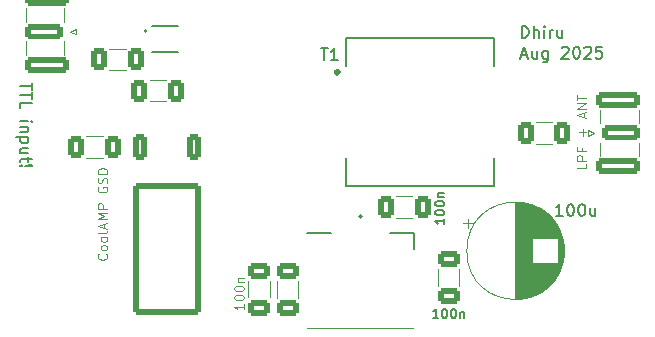
<source format=gbr>
%TF.GenerationSoftware,KiCad,Pcbnew,9.0.3*%
%TF.CreationDate,2025-07-25T20:49:55+05:30*%
%TF.ProjectId,HF-PA-v10,48462d50-412d-4763-9130-2e6b69636164,rev?*%
%TF.SameCoordinates,Original*%
%TF.FileFunction,Legend,Top*%
%TF.FilePolarity,Positive*%
%FSLAX46Y46*%
G04 Gerber Fmt 4.6, Leading zero omitted, Abs format (unit mm)*
G04 Created by KiCad (PCBNEW 9.0.3) date 2025-07-25 20:49:55*
%MOMM*%
%LPD*%
G01*
G04 APERTURE LIST*
G04 Aperture macros list*
%AMRoundRect*
0 Rectangle with rounded corners*
0 $1 Rounding radius*
0 $2 $3 $4 $5 $6 $7 $8 $9 X,Y pos of 4 corners*
0 Add a 4 corners polygon primitive as box body*
4,1,4,$2,$3,$4,$5,$6,$7,$8,$9,$2,$3,0*
0 Add four circle primitives for the rounded corners*
1,1,$1+$1,$2,$3*
1,1,$1+$1,$4,$5*
1,1,$1+$1,$6,$7*
1,1,$1+$1,$8,$9*
0 Add four rect primitives between the rounded corners*
20,1,$1+$1,$2,$3,$4,$5,0*
20,1,$1+$1,$4,$5,$6,$7,0*
20,1,$1+$1,$6,$7,$8,$9,0*
20,1,$1+$1,$8,$9,$2,$3,0*%
G04 Aperture macros list end*
%ADD10C,0.150000*%
%ADD11C,0.100000*%
%ADD12C,0.120000*%
%ADD13C,0.127000*%
%ADD14C,0.200000*%
%ADD15C,0.300000*%
%ADD16RoundRect,0.250000X-0.650000X0.412500X-0.650000X-0.412500X0.650000X-0.412500X0.650000X0.412500X0*%
%ADD17C,0.800000*%
%ADD18C,6.400000*%
%ADD19RoundRect,0.250000X1.350000X-0.385000X1.350000X0.385000X-1.350000X0.385000X-1.350000X-0.385000X0*%
%ADD20RoundRect,0.250000X1.600000X-0.425000X1.600000X0.425000X-1.600000X0.425000X-1.600000X-0.425000X0*%
%ADD21O,4.400000X2.200000*%
%ADD22O,4.000000X2.000000*%
%ADD23O,2.000000X4.000000*%
%ADD24RoundRect,0.250000X-1.350000X0.385000X-1.350000X-0.385000X1.350000X-0.385000X1.350000X0.385000X0*%
%ADD25RoundRect,0.250000X-1.600000X0.425000X-1.600000X-0.425000X1.600000X-0.425000X1.600000X0.425000X0*%
%ADD26R,1.600000X3.000000*%
%ADD27R,5.800000X10.680000*%
%ADD28RoundRect,0.250000X-0.412500X-0.650000X0.412500X-0.650000X0.412500X0.650000X-0.412500X0.650000X0*%
%ADD29RoundRect,0.250000X0.412500X0.650000X-0.412500X0.650000X-0.412500X-0.650000X0.412500X-0.650000X0*%
%ADD30O,0.610000X0.360000*%
%ADD31R,1.000000X1.600000*%
%ADD32R,1.600000X1.600000*%
%ADD33C,1.600000*%
%ADD34R,5.500000X2.150000*%
%ADD35RoundRect,0.250000X-0.350000X0.850000X-0.350000X-0.850000X0.350000X-0.850000X0.350000X0.850000X0*%
%ADD36RoundRect,0.250000X-2.650000X5.300000X-2.650000X-5.300000X2.650000X-5.300000X2.650000X5.300000X0*%
G04 APERTURE END LIST*
D10*
X42949160Y-20704104D02*
X43425350Y-20704104D01*
X42853922Y-20989819D02*
X43187255Y-19989819D01*
X43187255Y-19989819D02*
X43520588Y-20989819D01*
X44282493Y-20323152D02*
X44282493Y-20989819D01*
X43853922Y-20323152D02*
X43853922Y-20846961D01*
X43853922Y-20846961D02*
X43901541Y-20942200D01*
X43901541Y-20942200D02*
X43996779Y-20989819D01*
X43996779Y-20989819D02*
X44139636Y-20989819D01*
X44139636Y-20989819D02*
X44234874Y-20942200D01*
X44234874Y-20942200D02*
X44282493Y-20894580D01*
X45187255Y-20323152D02*
X45187255Y-21132676D01*
X45187255Y-21132676D02*
X45139636Y-21227914D01*
X45139636Y-21227914D02*
X45092017Y-21275533D01*
X45092017Y-21275533D02*
X44996779Y-21323152D01*
X44996779Y-21323152D02*
X44853922Y-21323152D01*
X44853922Y-21323152D02*
X44758684Y-21275533D01*
X45187255Y-20942200D02*
X45092017Y-20989819D01*
X45092017Y-20989819D02*
X44901541Y-20989819D01*
X44901541Y-20989819D02*
X44806303Y-20942200D01*
X44806303Y-20942200D02*
X44758684Y-20894580D01*
X44758684Y-20894580D02*
X44711065Y-20799342D01*
X44711065Y-20799342D02*
X44711065Y-20513628D01*
X44711065Y-20513628D02*
X44758684Y-20418390D01*
X44758684Y-20418390D02*
X44806303Y-20370771D01*
X44806303Y-20370771D02*
X44901541Y-20323152D01*
X44901541Y-20323152D02*
X45092017Y-20323152D01*
X45092017Y-20323152D02*
X45187255Y-20370771D01*
X46377732Y-20085057D02*
X46425351Y-20037438D01*
X46425351Y-20037438D02*
X46520589Y-19989819D01*
X46520589Y-19989819D02*
X46758684Y-19989819D01*
X46758684Y-19989819D02*
X46853922Y-20037438D01*
X46853922Y-20037438D02*
X46901541Y-20085057D01*
X46901541Y-20085057D02*
X46949160Y-20180295D01*
X46949160Y-20180295D02*
X46949160Y-20275533D01*
X46949160Y-20275533D02*
X46901541Y-20418390D01*
X46901541Y-20418390D02*
X46330113Y-20989819D01*
X46330113Y-20989819D02*
X46949160Y-20989819D01*
X47568208Y-19989819D02*
X47663446Y-19989819D01*
X47663446Y-19989819D02*
X47758684Y-20037438D01*
X47758684Y-20037438D02*
X47806303Y-20085057D01*
X47806303Y-20085057D02*
X47853922Y-20180295D01*
X47853922Y-20180295D02*
X47901541Y-20370771D01*
X47901541Y-20370771D02*
X47901541Y-20608866D01*
X47901541Y-20608866D02*
X47853922Y-20799342D01*
X47853922Y-20799342D02*
X47806303Y-20894580D01*
X47806303Y-20894580D02*
X47758684Y-20942200D01*
X47758684Y-20942200D02*
X47663446Y-20989819D01*
X47663446Y-20989819D02*
X47568208Y-20989819D01*
X47568208Y-20989819D02*
X47472970Y-20942200D01*
X47472970Y-20942200D02*
X47425351Y-20894580D01*
X47425351Y-20894580D02*
X47377732Y-20799342D01*
X47377732Y-20799342D02*
X47330113Y-20608866D01*
X47330113Y-20608866D02*
X47330113Y-20370771D01*
X47330113Y-20370771D02*
X47377732Y-20180295D01*
X47377732Y-20180295D02*
X47425351Y-20085057D01*
X47425351Y-20085057D02*
X47472970Y-20037438D01*
X47472970Y-20037438D02*
X47568208Y-19989819D01*
X48282494Y-20085057D02*
X48330113Y-20037438D01*
X48330113Y-20037438D02*
X48425351Y-19989819D01*
X48425351Y-19989819D02*
X48663446Y-19989819D01*
X48663446Y-19989819D02*
X48758684Y-20037438D01*
X48758684Y-20037438D02*
X48806303Y-20085057D01*
X48806303Y-20085057D02*
X48853922Y-20180295D01*
X48853922Y-20180295D02*
X48853922Y-20275533D01*
X48853922Y-20275533D02*
X48806303Y-20418390D01*
X48806303Y-20418390D02*
X48234875Y-20989819D01*
X48234875Y-20989819D02*
X48853922Y-20989819D01*
X49758684Y-19989819D02*
X49282494Y-19989819D01*
X49282494Y-19989819D02*
X49234875Y-20466009D01*
X49234875Y-20466009D02*
X49282494Y-20418390D01*
X49282494Y-20418390D02*
X49377732Y-20370771D01*
X49377732Y-20370771D02*
X49615827Y-20370771D01*
X49615827Y-20370771D02*
X49711065Y-20418390D01*
X49711065Y-20418390D02*
X49758684Y-20466009D01*
X49758684Y-20466009D02*
X49806303Y-20561247D01*
X49806303Y-20561247D02*
X49806303Y-20799342D01*
X49806303Y-20799342D02*
X49758684Y-20894580D01*
X49758684Y-20894580D02*
X49711065Y-20942200D01*
X49711065Y-20942200D02*
X49615827Y-20989819D01*
X49615827Y-20989819D02*
X49377732Y-20989819D01*
X49377732Y-20989819D02*
X49282494Y-20942200D01*
X49282494Y-20942200D02*
X49234875Y-20894580D01*
D11*
X48456895Y-29892782D02*
X48456895Y-30273734D01*
X48456895Y-30273734D02*
X47656895Y-30273734D01*
X48456895Y-29626115D02*
X47656895Y-29626115D01*
X47656895Y-29626115D02*
X47656895Y-29321353D01*
X47656895Y-29321353D02*
X47694990Y-29245163D01*
X47694990Y-29245163D02*
X47733085Y-29207068D01*
X47733085Y-29207068D02*
X47809276Y-29168972D01*
X47809276Y-29168972D02*
X47923561Y-29168972D01*
X47923561Y-29168972D02*
X47999752Y-29207068D01*
X47999752Y-29207068D02*
X48037847Y-29245163D01*
X48037847Y-29245163D02*
X48075942Y-29321353D01*
X48075942Y-29321353D02*
X48075942Y-29626115D01*
X48037847Y-28559449D02*
X48037847Y-28826115D01*
X48456895Y-28826115D02*
X47656895Y-28826115D01*
X47656895Y-28826115D02*
X47656895Y-28445163D01*
X48152133Y-27530877D02*
X48152133Y-26921354D01*
X48456895Y-27226115D02*
X47847371Y-27226115D01*
X48228323Y-25968973D02*
X48228323Y-25588020D01*
X48456895Y-26045163D02*
X47656895Y-25778496D01*
X47656895Y-25778496D02*
X48456895Y-25511830D01*
X48456895Y-25245163D02*
X47656895Y-25245163D01*
X47656895Y-25245163D02*
X48456895Y-24788020D01*
X48456895Y-24788020D02*
X47656895Y-24788020D01*
X47656895Y-24521354D02*
X47656895Y-24064211D01*
X48456895Y-24292783D02*
X47656895Y-24292783D01*
D10*
X1530180Y-23053922D02*
X1530180Y-23625350D01*
X530180Y-23339636D02*
X1530180Y-23339636D01*
X1530180Y-23815827D02*
X1530180Y-24387255D01*
X530180Y-24101541D02*
X1530180Y-24101541D01*
X530180Y-25196779D02*
X530180Y-24720589D01*
X530180Y-24720589D02*
X1530180Y-24720589D01*
X530180Y-26292018D02*
X1196847Y-26292018D01*
X1530180Y-26292018D02*
X1482561Y-26244399D01*
X1482561Y-26244399D02*
X1434942Y-26292018D01*
X1434942Y-26292018D02*
X1482561Y-26339637D01*
X1482561Y-26339637D02*
X1530180Y-26292018D01*
X1530180Y-26292018D02*
X1434942Y-26292018D01*
X1196847Y-26768208D02*
X530180Y-26768208D01*
X1101609Y-26768208D02*
X1149228Y-26815827D01*
X1149228Y-26815827D02*
X1196847Y-26911065D01*
X1196847Y-26911065D02*
X1196847Y-27053922D01*
X1196847Y-27053922D02*
X1149228Y-27149160D01*
X1149228Y-27149160D02*
X1053990Y-27196779D01*
X1053990Y-27196779D02*
X530180Y-27196779D01*
X1196847Y-27672970D02*
X196847Y-27672970D01*
X1149228Y-27672970D02*
X1196847Y-27768208D01*
X1196847Y-27768208D02*
X1196847Y-27958684D01*
X1196847Y-27958684D02*
X1149228Y-28053922D01*
X1149228Y-28053922D02*
X1101609Y-28101541D01*
X1101609Y-28101541D02*
X1006371Y-28149160D01*
X1006371Y-28149160D02*
X720657Y-28149160D01*
X720657Y-28149160D02*
X625419Y-28101541D01*
X625419Y-28101541D02*
X577800Y-28053922D01*
X577800Y-28053922D02*
X530180Y-27958684D01*
X530180Y-27958684D02*
X530180Y-27768208D01*
X530180Y-27768208D02*
X577800Y-27672970D01*
X1196847Y-29006303D02*
X530180Y-29006303D01*
X1196847Y-28577732D02*
X673038Y-28577732D01*
X673038Y-28577732D02*
X577800Y-28625351D01*
X577800Y-28625351D02*
X530180Y-28720589D01*
X530180Y-28720589D02*
X530180Y-28863446D01*
X530180Y-28863446D02*
X577800Y-28958684D01*
X577800Y-28958684D02*
X625419Y-29006303D01*
X1196847Y-29339637D02*
X1196847Y-29720589D01*
X1530180Y-29482494D02*
X673038Y-29482494D01*
X673038Y-29482494D02*
X577800Y-29530113D01*
X577800Y-29530113D02*
X530180Y-29625351D01*
X530180Y-29625351D02*
X530180Y-29720589D01*
X625419Y-30053923D02*
X577800Y-30101542D01*
X577800Y-30101542D02*
X530180Y-30053923D01*
X530180Y-30053923D02*
X577800Y-30006304D01*
X577800Y-30006304D02*
X625419Y-30053923D01*
X625419Y-30053923D02*
X530180Y-30053923D01*
X911133Y-30053923D02*
X1482561Y-30006304D01*
X1482561Y-30006304D02*
X1530180Y-30053923D01*
X1530180Y-30053923D02*
X1482561Y-30101542D01*
X1482561Y-30101542D02*
X911133Y-30053923D01*
X911133Y-30053923D02*
X1530180Y-30053923D01*
X42976779Y-19229819D02*
X42976779Y-18229819D01*
X42976779Y-18229819D02*
X43214874Y-18229819D01*
X43214874Y-18229819D02*
X43357731Y-18277438D01*
X43357731Y-18277438D02*
X43452969Y-18372676D01*
X43452969Y-18372676D02*
X43500588Y-18467914D01*
X43500588Y-18467914D02*
X43548207Y-18658390D01*
X43548207Y-18658390D02*
X43548207Y-18801247D01*
X43548207Y-18801247D02*
X43500588Y-18991723D01*
X43500588Y-18991723D02*
X43452969Y-19086961D01*
X43452969Y-19086961D02*
X43357731Y-19182200D01*
X43357731Y-19182200D02*
X43214874Y-19229819D01*
X43214874Y-19229819D02*
X42976779Y-19229819D01*
X43976779Y-19229819D02*
X43976779Y-18229819D01*
X44405350Y-19229819D02*
X44405350Y-18706009D01*
X44405350Y-18706009D02*
X44357731Y-18610771D01*
X44357731Y-18610771D02*
X44262493Y-18563152D01*
X44262493Y-18563152D02*
X44119636Y-18563152D01*
X44119636Y-18563152D02*
X44024398Y-18610771D01*
X44024398Y-18610771D02*
X43976779Y-18658390D01*
X44881541Y-19229819D02*
X44881541Y-18563152D01*
X44881541Y-18229819D02*
X44833922Y-18277438D01*
X44833922Y-18277438D02*
X44881541Y-18325057D01*
X44881541Y-18325057D02*
X44929160Y-18277438D01*
X44929160Y-18277438D02*
X44881541Y-18229819D01*
X44881541Y-18229819D02*
X44881541Y-18325057D01*
X45357731Y-19229819D02*
X45357731Y-18563152D01*
X45357731Y-18753628D02*
X45405350Y-18658390D01*
X45405350Y-18658390D02*
X45452969Y-18610771D01*
X45452969Y-18610771D02*
X45548207Y-18563152D01*
X45548207Y-18563152D02*
X45643445Y-18563152D01*
X46405350Y-18563152D02*
X46405350Y-19229819D01*
X45976779Y-18563152D02*
X45976779Y-19086961D01*
X45976779Y-19086961D02*
X46024398Y-19182200D01*
X46024398Y-19182200D02*
X46119636Y-19229819D01*
X46119636Y-19229819D02*
X46262493Y-19229819D01*
X46262493Y-19229819D02*
X46357731Y-19182200D01*
X46357731Y-19182200D02*
X46405350Y-19134580D01*
D11*
X7795704Y-37511591D02*
X7833800Y-37549687D01*
X7833800Y-37549687D02*
X7871895Y-37663972D01*
X7871895Y-37663972D02*
X7871895Y-37740163D01*
X7871895Y-37740163D02*
X7833800Y-37854449D01*
X7833800Y-37854449D02*
X7757609Y-37930639D01*
X7757609Y-37930639D02*
X7681419Y-37968734D01*
X7681419Y-37968734D02*
X7529038Y-38006830D01*
X7529038Y-38006830D02*
X7414752Y-38006830D01*
X7414752Y-38006830D02*
X7262371Y-37968734D01*
X7262371Y-37968734D02*
X7186180Y-37930639D01*
X7186180Y-37930639D02*
X7109990Y-37854449D01*
X7109990Y-37854449D02*
X7071895Y-37740163D01*
X7071895Y-37740163D02*
X7071895Y-37663972D01*
X7071895Y-37663972D02*
X7109990Y-37549687D01*
X7109990Y-37549687D02*
X7148085Y-37511591D01*
X7871895Y-37054449D02*
X7833800Y-37130639D01*
X7833800Y-37130639D02*
X7795704Y-37168734D01*
X7795704Y-37168734D02*
X7719514Y-37206830D01*
X7719514Y-37206830D02*
X7490942Y-37206830D01*
X7490942Y-37206830D02*
X7414752Y-37168734D01*
X7414752Y-37168734D02*
X7376657Y-37130639D01*
X7376657Y-37130639D02*
X7338561Y-37054449D01*
X7338561Y-37054449D02*
X7338561Y-36940163D01*
X7338561Y-36940163D02*
X7376657Y-36863972D01*
X7376657Y-36863972D02*
X7414752Y-36825877D01*
X7414752Y-36825877D02*
X7490942Y-36787782D01*
X7490942Y-36787782D02*
X7719514Y-36787782D01*
X7719514Y-36787782D02*
X7795704Y-36825877D01*
X7795704Y-36825877D02*
X7833800Y-36863972D01*
X7833800Y-36863972D02*
X7871895Y-36940163D01*
X7871895Y-36940163D02*
X7871895Y-37054449D01*
X7871895Y-36330639D02*
X7833800Y-36406829D01*
X7833800Y-36406829D02*
X7795704Y-36444924D01*
X7795704Y-36444924D02*
X7719514Y-36483020D01*
X7719514Y-36483020D02*
X7490942Y-36483020D01*
X7490942Y-36483020D02*
X7414752Y-36444924D01*
X7414752Y-36444924D02*
X7376657Y-36406829D01*
X7376657Y-36406829D02*
X7338561Y-36330639D01*
X7338561Y-36330639D02*
X7338561Y-36216353D01*
X7338561Y-36216353D02*
X7376657Y-36140162D01*
X7376657Y-36140162D02*
X7414752Y-36102067D01*
X7414752Y-36102067D02*
X7490942Y-36063972D01*
X7490942Y-36063972D02*
X7719514Y-36063972D01*
X7719514Y-36063972D02*
X7795704Y-36102067D01*
X7795704Y-36102067D02*
X7833800Y-36140162D01*
X7833800Y-36140162D02*
X7871895Y-36216353D01*
X7871895Y-36216353D02*
X7871895Y-36330639D01*
X7871895Y-35606829D02*
X7833800Y-35683019D01*
X7833800Y-35683019D02*
X7757609Y-35721114D01*
X7757609Y-35721114D02*
X7071895Y-35721114D01*
X7643323Y-35340162D02*
X7643323Y-34959209D01*
X7871895Y-35416352D02*
X7071895Y-35149685D01*
X7071895Y-35149685D02*
X7871895Y-34883019D01*
X7871895Y-34616352D02*
X7071895Y-34616352D01*
X7071895Y-34616352D02*
X7643323Y-34349686D01*
X7643323Y-34349686D02*
X7071895Y-34083019D01*
X7071895Y-34083019D02*
X7871895Y-34083019D01*
X7871895Y-33702066D02*
X7071895Y-33702066D01*
X7071895Y-33702066D02*
X7071895Y-33397304D01*
X7071895Y-33397304D02*
X7109990Y-33321114D01*
X7109990Y-33321114D02*
X7148085Y-33283019D01*
X7148085Y-33283019D02*
X7224276Y-33244923D01*
X7224276Y-33244923D02*
X7338561Y-33244923D01*
X7338561Y-33244923D02*
X7414752Y-33283019D01*
X7414752Y-33283019D02*
X7452847Y-33321114D01*
X7452847Y-33321114D02*
X7490942Y-33397304D01*
X7490942Y-33397304D02*
X7490942Y-33702066D01*
X7109990Y-31873495D02*
X7071895Y-31949685D01*
X7071895Y-31949685D02*
X7071895Y-32063971D01*
X7071895Y-32063971D02*
X7109990Y-32178257D01*
X7109990Y-32178257D02*
X7186180Y-32254447D01*
X7186180Y-32254447D02*
X7262371Y-32292542D01*
X7262371Y-32292542D02*
X7414752Y-32330638D01*
X7414752Y-32330638D02*
X7529038Y-32330638D01*
X7529038Y-32330638D02*
X7681419Y-32292542D01*
X7681419Y-32292542D02*
X7757609Y-32254447D01*
X7757609Y-32254447D02*
X7833800Y-32178257D01*
X7833800Y-32178257D02*
X7871895Y-32063971D01*
X7871895Y-32063971D02*
X7871895Y-31987780D01*
X7871895Y-31987780D02*
X7833800Y-31873495D01*
X7833800Y-31873495D02*
X7795704Y-31835399D01*
X7795704Y-31835399D02*
X7529038Y-31835399D01*
X7529038Y-31835399D02*
X7529038Y-31987780D01*
X7833800Y-31530638D02*
X7871895Y-31416352D01*
X7871895Y-31416352D02*
X7871895Y-31225876D01*
X7871895Y-31225876D02*
X7833800Y-31149685D01*
X7833800Y-31149685D02*
X7795704Y-31111590D01*
X7795704Y-31111590D02*
X7719514Y-31073495D01*
X7719514Y-31073495D02*
X7643323Y-31073495D01*
X7643323Y-31073495D02*
X7567133Y-31111590D01*
X7567133Y-31111590D02*
X7529038Y-31149685D01*
X7529038Y-31149685D02*
X7490942Y-31225876D01*
X7490942Y-31225876D02*
X7452847Y-31378257D01*
X7452847Y-31378257D02*
X7414752Y-31454447D01*
X7414752Y-31454447D02*
X7376657Y-31492542D01*
X7376657Y-31492542D02*
X7300466Y-31530638D01*
X7300466Y-31530638D02*
X7224276Y-31530638D01*
X7224276Y-31530638D02*
X7148085Y-31492542D01*
X7148085Y-31492542D02*
X7109990Y-31454447D01*
X7109990Y-31454447D02*
X7071895Y-31378257D01*
X7071895Y-31378257D02*
X7071895Y-31187780D01*
X7071895Y-31187780D02*
X7109990Y-31073495D01*
X7871895Y-30730637D02*
X7071895Y-30730637D01*
X7071895Y-30730637D02*
X7071895Y-30540161D01*
X7071895Y-30540161D02*
X7109990Y-30425875D01*
X7109990Y-30425875D02*
X7186180Y-30349685D01*
X7186180Y-30349685D02*
X7262371Y-30311590D01*
X7262371Y-30311590D02*
X7414752Y-30273494D01*
X7414752Y-30273494D02*
X7529038Y-30273494D01*
X7529038Y-30273494D02*
X7681419Y-30311590D01*
X7681419Y-30311590D02*
X7757609Y-30349685D01*
X7757609Y-30349685D02*
X7833800Y-30425875D01*
X7833800Y-30425875D02*
X7871895Y-30540161D01*
X7871895Y-30540161D02*
X7871895Y-30730637D01*
X19454895Y-41765238D02*
X19454895Y-42222381D01*
X19454895Y-41993809D02*
X18654895Y-41993809D01*
X18654895Y-41993809D02*
X18769180Y-42070000D01*
X18769180Y-42070000D02*
X18845371Y-42146190D01*
X18845371Y-42146190D02*
X18883466Y-42222381D01*
X18654895Y-41269999D02*
X18654895Y-41193809D01*
X18654895Y-41193809D02*
X18692990Y-41117618D01*
X18692990Y-41117618D02*
X18731085Y-41079523D01*
X18731085Y-41079523D02*
X18807276Y-41041428D01*
X18807276Y-41041428D02*
X18959657Y-41003333D01*
X18959657Y-41003333D02*
X19150133Y-41003333D01*
X19150133Y-41003333D02*
X19302514Y-41041428D01*
X19302514Y-41041428D02*
X19378704Y-41079523D01*
X19378704Y-41079523D02*
X19416800Y-41117618D01*
X19416800Y-41117618D02*
X19454895Y-41193809D01*
X19454895Y-41193809D02*
X19454895Y-41269999D01*
X19454895Y-41269999D02*
X19416800Y-41346190D01*
X19416800Y-41346190D02*
X19378704Y-41384285D01*
X19378704Y-41384285D02*
X19302514Y-41422380D01*
X19302514Y-41422380D02*
X19150133Y-41460476D01*
X19150133Y-41460476D02*
X18959657Y-41460476D01*
X18959657Y-41460476D02*
X18807276Y-41422380D01*
X18807276Y-41422380D02*
X18731085Y-41384285D01*
X18731085Y-41384285D02*
X18692990Y-41346190D01*
X18692990Y-41346190D02*
X18654895Y-41269999D01*
X18654895Y-40508094D02*
X18654895Y-40431904D01*
X18654895Y-40431904D02*
X18692990Y-40355713D01*
X18692990Y-40355713D02*
X18731085Y-40317618D01*
X18731085Y-40317618D02*
X18807276Y-40279523D01*
X18807276Y-40279523D02*
X18959657Y-40241428D01*
X18959657Y-40241428D02*
X19150133Y-40241428D01*
X19150133Y-40241428D02*
X19302514Y-40279523D01*
X19302514Y-40279523D02*
X19378704Y-40317618D01*
X19378704Y-40317618D02*
X19416800Y-40355713D01*
X19416800Y-40355713D02*
X19454895Y-40431904D01*
X19454895Y-40431904D02*
X19454895Y-40508094D01*
X19454895Y-40508094D02*
X19416800Y-40584285D01*
X19416800Y-40584285D02*
X19378704Y-40622380D01*
X19378704Y-40622380D02*
X19302514Y-40660475D01*
X19302514Y-40660475D02*
X19150133Y-40698571D01*
X19150133Y-40698571D02*
X18959657Y-40698571D01*
X18959657Y-40698571D02*
X18807276Y-40660475D01*
X18807276Y-40660475D02*
X18731085Y-40622380D01*
X18731085Y-40622380D02*
X18692990Y-40584285D01*
X18692990Y-40584285D02*
X18654895Y-40508094D01*
X18921561Y-39898570D02*
X19454895Y-39898570D01*
X18997752Y-39898570D02*
X18959657Y-39860475D01*
X18959657Y-39860475D02*
X18921561Y-39784285D01*
X18921561Y-39784285D02*
X18921561Y-39669999D01*
X18921561Y-39669999D02*
X18959657Y-39593808D01*
X18959657Y-39593808D02*
X19035847Y-39555713D01*
X19035847Y-39555713D02*
X19454895Y-39555713D01*
D10*
X46440952Y-34314819D02*
X45869524Y-34314819D01*
X46155238Y-34314819D02*
X46155238Y-33314819D01*
X46155238Y-33314819D02*
X46060000Y-33457676D01*
X46060000Y-33457676D02*
X45964762Y-33552914D01*
X45964762Y-33552914D02*
X45869524Y-33600533D01*
X47060000Y-33314819D02*
X47155238Y-33314819D01*
X47155238Y-33314819D02*
X47250476Y-33362438D01*
X47250476Y-33362438D02*
X47298095Y-33410057D01*
X47298095Y-33410057D02*
X47345714Y-33505295D01*
X47345714Y-33505295D02*
X47393333Y-33695771D01*
X47393333Y-33695771D02*
X47393333Y-33933866D01*
X47393333Y-33933866D02*
X47345714Y-34124342D01*
X47345714Y-34124342D02*
X47298095Y-34219580D01*
X47298095Y-34219580D02*
X47250476Y-34267200D01*
X47250476Y-34267200D02*
X47155238Y-34314819D01*
X47155238Y-34314819D02*
X47060000Y-34314819D01*
X47060000Y-34314819D02*
X46964762Y-34267200D01*
X46964762Y-34267200D02*
X46917143Y-34219580D01*
X46917143Y-34219580D02*
X46869524Y-34124342D01*
X46869524Y-34124342D02*
X46821905Y-33933866D01*
X46821905Y-33933866D02*
X46821905Y-33695771D01*
X46821905Y-33695771D02*
X46869524Y-33505295D01*
X46869524Y-33505295D02*
X46917143Y-33410057D01*
X46917143Y-33410057D02*
X46964762Y-33362438D01*
X46964762Y-33362438D02*
X47060000Y-33314819D01*
X48012381Y-33314819D02*
X48107619Y-33314819D01*
X48107619Y-33314819D02*
X48202857Y-33362438D01*
X48202857Y-33362438D02*
X48250476Y-33410057D01*
X48250476Y-33410057D02*
X48298095Y-33505295D01*
X48298095Y-33505295D02*
X48345714Y-33695771D01*
X48345714Y-33695771D02*
X48345714Y-33933866D01*
X48345714Y-33933866D02*
X48298095Y-34124342D01*
X48298095Y-34124342D02*
X48250476Y-34219580D01*
X48250476Y-34219580D02*
X48202857Y-34267200D01*
X48202857Y-34267200D02*
X48107619Y-34314819D01*
X48107619Y-34314819D02*
X48012381Y-34314819D01*
X48012381Y-34314819D02*
X47917143Y-34267200D01*
X47917143Y-34267200D02*
X47869524Y-34219580D01*
X47869524Y-34219580D02*
X47821905Y-34124342D01*
X47821905Y-34124342D02*
X47774286Y-33933866D01*
X47774286Y-33933866D02*
X47774286Y-33695771D01*
X47774286Y-33695771D02*
X47821905Y-33505295D01*
X47821905Y-33505295D02*
X47869524Y-33410057D01*
X47869524Y-33410057D02*
X47917143Y-33362438D01*
X47917143Y-33362438D02*
X48012381Y-33314819D01*
X49202857Y-33648152D02*
X49202857Y-34314819D01*
X48774286Y-33648152D02*
X48774286Y-34171961D01*
X48774286Y-34171961D02*
X48821905Y-34267200D01*
X48821905Y-34267200D02*
X48917143Y-34314819D01*
X48917143Y-34314819D02*
X49060000Y-34314819D01*
X49060000Y-34314819D02*
X49155238Y-34267200D01*
X49155238Y-34267200D02*
X49202857Y-34219580D01*
X25957022Y-20124062D02*
X26529256Y-20124062D01*
X26243139Y-21125471D02*
X26243139Y-20124062D01*
X27387606Y-21125471D02*
X26815372Y-21125471D01*
X27101489Y-21125471D02*
X27101489Y-20124062D01*
X27101489Y-20124062D02*
X27006117Y-20267120D01*
X27006117Y-20267120D02*
X26910744Y-20362492D01*
X26910744Y-20362492D02*
X26815372Y-20410179D01*
X35914761Y-42972295D02*
X35457618Y-42972295D01*
X35686190Y-42972295D02*
X35686190Y-42172295D01*
X35686190Y-42172295D02*
X35609999Y-42286580D01*
X35609999Y-42286580D02*
X35533809Y-42362771D01*
X35533809Y-42362771D02*
X35457618Y-42400866D01*
X36410000Y-42172295D02*
X36486190Y-42172295D01*
X36486190Y-42172295D02*
X36562381Y-42210390D01*
X36562381Y-42210390D02*
X36600476Y-42248485D01*
X36600476Y-42248485D02*
X36638571Y-42324676D01*
X36638571Y-42324676D02*
X36676666Y-42477057D01*
X36676666Y-42477057D02*
X36676666Y-42667533D01*
X36676666Y-42667533D02*
X36638571Y-42819914D01*
X36638571Y-42819914D02*
X36600476Y-42896104D01*
X36600476Y-42896104D02*
X36562381Y-42934200D01*
X36562381Y-42934200D02*
X36486190Y-42972295D01*
X36486190Y-42972295D02*
X36410000Y-42972295D01*
X36410000Y-42972295D02*
X36333809Y-42934200D01*
X36333809Y-42934200D02*
X36295714Y-42896104D01*
X36295714Y-42896104D02*
X36257619Y-42819914D01*
X36257619Y-42819914D02*
X36219523Y-42667533D01*
X36219523Y-42667533D02*
X36219523Y-42477057D01*
X36219523Y-42477057D02*
X36257619Y-42324676D01*
X36257619Y-42324676D02*
X36295714Y-42248485D01*
X36295714Y-42248485D02*
X36333809Y-42210390D01*
X36333809Y-42210390D02*
X36410000Y-42172295D01*
X37171905Y-42172295D02*
X37248095Y-42172295D01*
X37248095Y-42172295D02*
X37324286Y-42210390D01*
X37324286Y-42210390D02*
X37362381Y-42248485D01*
X37362381Y-42248485D02*
X37400476Y-42324676D01*
X37400476Y-42324676D02*
X37438571Y-42477057D01*
X37438571Y-42477057D02*
X37438571Y-42667533D01*
X37438571Y-42667533D02*
X37400476Y-42819914D01*
X37400476Y-42819914D02*
X37362381Y-42896104D01*
X37362381Y-42896104D02*
X37324286Y-42934200D01*
X37324286Y-42934200D02*
X37248095Y-42972295D01*
X37248095Y-42972295D02*
X37171905Y-42972295D01*
X37171905Y-42972295D02*
X37095714Y-42934200D01*
X37095714Y-42934200D02*
X37057619Y-42896104D01*
X37057619Y-42896104D02*
X37019524Y-42819914D01*
X37019524Y-42819914D02*
X36981428Y-42667533D01*
X36981428Y-42667533D02*
X36981428Y-42477057D01*
X36981428Y-42477057D02*
X37019524Y-42324676D01*
X37019524Y-42324676D02*
X37057619Y-42248485D01*
X37057619Y-42248485D02*
X37095714Y-42210390D01*
X37095714Y-42210390D02*
X37171905Y-42172295D01*
X37781429Y-42438961D02*
X37781429Y-42972295D01*
X37781429Y-42515152D02*
X37819524Y-42477057D01*
X37819524Y-42477057D02*
X37895714Y-42438961D01*
X37895714Y-42438961D02*
X38010000Y-42438961D01*
X38010000Y-42438961D02*
X38086191Y-42477057D01*
X38086191Y-42477057D02*
X38124286Y-42553247D01*
X38124286Y-42553247D02*
X38124286Y-42972295D01*
X36422295Y-34545238D02*
X36422295Y-35002381D01*
X36422295Y-34773809D02*
X35622295Y-34773809D01*
X35622295Y-34773809D02*
X35736580Y-34850000D01*
X35736580Y-34850000D02*
X35812771Y-34926190D01*
X35812771Y-34926190D02*
X35850866Y-35002381D01*
X35622295Y-34049999D02*
X35622295Y-33973809D01*
X35622295Y-33973809D02*
X35660390Y-33897618D01*
X35660390Y-33897618D02*
X35698485Y-33859523D01*
X35698485Y-33859523D02*
X35774676Y-33821428D01*
X35774676Y-33821428D02*
X35927057Y-33783333D01*
X35927057Y-33783333D02*
X36117533Y-33783333D01*
X36117533Y-33783333D02*
X36269914Y-33821428D01*
X36269914Y-33821428D02*
X36346104Y-33859523D01*
X36346104Y-33859523D02*
X36384200Y-33897618D01*
X36384200Y-33897618D02*
X36422295Y-33973809D01*
X36422295Y-33973809D02*
X36422295Y-34049999D01*
X36422295Y-34049999D02*
X36384200Y-34126190D01*
X36384200Y-34126190D02*
X36346104Y-34164285D01*
X36346104Y-34164285D02*
X36269914Y-34202380D01*
X36269914Y-34202380D02*
X36117533Y-34240476D01*
X36117533Y-34240476D02*
X35927057Y-34240476D01*
X35927057Y-34240476D02*
X35774676Y-34202380D01*
X35774676Y-34202380D02*
X35698485Y-34164285D01*
X35698485Y-34164285D02*
X35660390Y-34126190D01*
X35660390Y-34126190D02*
X35622295Y-34049999D01*
X35622295Y-33288094D02*
X35622295Y-33211904D01*
X35622295Y-33211904D02*
X35660390Y-33135713D01*
X35660390Y-33135713D02*
X35698485Y-33097618D01*
X35698485Y-33097618D02*
X35774676Y-33059523D01*
X35774676Y-33059523D02*
X35927057Y-33021428D01*
X35927057Y-33021428D02*
X36117533Y-33021428D01*
X36117533Y-33021428D02*
X36269914Y-33059523D01*
X36269914Y-33059523D02*
X36346104Y-33097618D01*
X36346104Y-33097618D02*
X36384200Y-33135713D01*
X36384200Y-33135713D02*
X36422295Y-33211904D01*
X36422295Y-33211904D02*
X36422295Y-33288094D01*
X36422295Y-33288094D02*
X36384200Y-33364285D01*
X36384200Y-33364285D02*
X36346104Y-33402380D01*
X36346104Y-33402380D02*
X36269914Y-33440475D01*
X36269914Y-33440475D02*
X36117533Y-33478571D01*
X36117533Y-33478571D02*
X35927057Y-33478571D01*
X35927057Y-33478571D02*
X35774676Y-33440475D01*
X35774676Y-33440475D02*
X35698485Y-33402380D01*
X35698485Y-33402380D02*
X35660390Y-33364285D01*
X35660390Y-33364285D02*
X35622295Y-33288094D01*
X35888961Y-32678570D02*
X36422295Y-32678570D01*
X35965152Y-32678570D02*
X35927057Y-32640475D01*
X35927057Y-32640475D02*
X35888961Y-32564285D01*
X35888961Y-32564285D02*
X35888961Y-32449999D01*
X35888961Y-32449999D02*
X35927057Y-32373808D01*
X35927057Y-32373808D02*
X36003247Y-32335713D01*
X36003247Y-32335713D02*
X36422295Y-32335713D01*
D12*
%TO.C,C2*%
X19810000Y-39794734D02*
X19810000Y-41217238D01*
X21630000Y-39794734D02*
X21630000Y-41217238D01*
%TO.C,RF_OUT1*%
X48577500Y-27050000D02*
X48577500Y-27550000D01*
X48577500Y-27550000D02*
X49077500Y-27300000D01*
X49077500Y-27300000D02*
X48577500Y-27050000D01*
X49627500Y-26460000D02*
X49627500Y-25350000D01*
X49627500Y-29250000D02*
X49627500Y-28140000D01*
X52877500Y-26460000D02*
X52877500Y-25350000D01*
X52877500Y-29250000D02*
X52877500Y-28140000D01*
%TO.C,C12*%
X22250000Y-39801248D02*
X22250000Y-41223752D01*
X24070000Y-39801248D02*
X24070000Y-41223752D01*
D13*
%TO.C,Power1*%
X24820000Y-35765000D02*
X26800000Y-35765000D01*
D12*
X24820000Y-43805000D02*
X33770000Y-43825000D01*
D13*
X33820000Y-35765000D02*
X31840000Y-35765000D01*
X33820000Y-35765000D02*
X33820000Y-37145000D01*
D14*
X29420000Y-34365000D02*
G75*
G02*
X29220000Y-34365000I-100000J0D01*
G01*
X29220000Y-34365000D02*
G75*
G02*
X29420000Y-34365000I100000J0D01*
G01*
D12*
%TO.C,RF_IN1*%
X960000Y-16750000D02*
X960000Y-17860000D01*
X960000Y-19540000D02*
X960000Y-20650000D01*
X4210000Y-16750000D02*
X4210000Y-17860000D01*
X4210000Y-19540000D02*
X4210000Y-20650000D01*
X4760000Y-18700000D02*
X5260000Y-18950000D01*
X5260000Y-18450000D02*
X4760000Y-18700000D01*
X5260000Y-18950000D02*
X5260000Y-18450000D01*
%TO.C,C7*%
X11458748Y-22790000D02*
X12881252Y-22790000D01*
X11458748Y-24610000D02*
X12881252Y-24610000D01*
%TO.C,C3*%
X45571252Y-26370000D02*
X44148748Y-26370000D01*
X45571252Y-28190000D02*
X44148748Y-28190000D01*
D10*
%TO.C,U2*%
X11670000Y-18240000D02*
X13830000Y-18240000D01*
X11670000Y-20400000D02*
X13830000Y-20400000D01*
X11190000Y-18670000D02*
G75*
G02*
X11050000Y-18670000I-70000J0D01*
G01*
X11050000Y-18670000D02*
G75*
G02*
X11190000Y-18670000I70000J0D01*
G01*
D12*
%TO.C,C6*%
X38032651Y-34950000D02*
X38832651Y-34950000D01*
X38432651Y-34550000D02*
X38432651Y-35350000D01*
X42442349Y-33185000D02*
X42442349Y-41345000D01*
X42482349Y-33185000D02*
X42482349Y-41345000D01*
X42522349Y-33185000D02*
X42522349Y-41345000D01*
X42562349Y-33186000D02*
X42562349Y-41344000D01*
X42602349Y-33188000D02*
X42602349Y-41342000D01*
X42642349Y-33189000D02*
X42642349Y-41341000D01*
X42682349Y-33191000D02*
X42682349Y-41339000D01*
X42722349Y-33194000D02*
X42722349Y-41336000D01*
X42762349Y-33197000D02*
X42762349Y-41333000D01*
X42802349Y-33200000D02*
X42802349Y-41330000D01*
X42842349Y-33204000D02*
X42842349Y-41326000D01*
X42882349Y-33208000D02*
X42882349Y-41322000D01*
X42922349Y-33213000D02*
X42922349Y-41317000D01*
X42962349Y-33217000D02*
X42962349Y-41313000D01*
X43002349Y-33223000D02*
X43002349Y-41307000D01*
X43042349Y-33228000D02*
X43042349Y-41302000D01*
X43082349Y-33235000D02*
X43082349Y-41295000D01*
X43122349Y-33241000D02*
X43122349Y-41289000D01*
X43163349Y-33248000D02*
X43163349Y-41282000D01*
X43203349Y-33255000D02*
X43203349Y-41275000D01*
X43243349Y-33263000D02*
X43243349Y-41267000D01*
X43283349Y-33271000D02*
X43283349Y-41259000D01*
X43323349Y-33280000D02*
X43323349Y-41250000D01*
X43363349Y-33289000D02*
X43363349Y-41241000D01*
X43403349Y-33298000D02*
X43403349Y-41232000D01*
X43443349Y-33308000D02*
X43443349Y-41222000D01*
X43483349Y-33318000D02*
X43483349Y-41212000D01*
X43523349Y-33329000D02*
X43523349Y-41201000D01*
X43563349Y-33340000D02*
X43563349Y-41190000D01*
X43603349Y-33351000D02*
X43603349Y-41179000D01*
X43643349Y-33363000D02*
X43643349Y-41167000D01*
X43683349Y-33376000D02*
X43683349Y-41154000D01*
X43723349Y-33388000D02*
X43723349Y-41142000D01*
X43763349Y-33402000D02*
X43763349Y-41128000D01*
X43803349Y-33415000D02*
X43803349Y-41115000D01*
X43843349Y-33430000D02*
X43843349Y-41100000D01*
X43883349Y-33444000D02*
X43883349Y-41086000D01*
X43923349Y-33460000D02*
X43923349Y-36225000D01*
X43923349Y-38305000D02*
X43923349Y-41070000D01*
X43963349Y-33475000D02*
X43963349Y-36225000D01*
X43963349Y-38305000D02*
X43963349Y-41055000D01*
X44003349Y-33491000D02*
X44003349Y-36225000D01*
X44003349Y-38305000D02*
X44003349Y-41039000D01*
X44043349Y-33508000D02*
X44043349Y-36225000D01*
X44043349Y-38305000D02*
X44043349Y-41022000D01*
X44083349Y-33525000D02*
X44083349Y-36225000D01*
X44083349Y-38305000D02*
X44083349Y-41005000D01*
X44123349Y-33543000D02*
X44123349Y-36225000D01*
X44123349Y-38305000D02*
X44123349Y-40987000D01*
X44163349Y-33561000D02*
X44163349Y-36225000D01*
X44163349Y-38305000D02*
X44163349Y-40969000D01*
X44203349Y-33579000D02*
X44203349Y-36225000D01*
X44203349Y-38305000D02*
X44203349Y-40951000D01*
X44243349Y-33599000D02*
X44243349Y-36225000D01*
X44243349Y-38305000D02*
X44243349Y-40931000D01*
X44283349Y-33618000D02*
X44283349Y-36225000D01*
X44283349Y-38305000D02*
X44283349Y-40912000D01*
X44323349Y-33638000D02*
X44323349Y-36225000D01*
X44323349Y-38305000D02*
X44323349Y-40892000D01*
X44363349Y-33659000D02*
X44363349Y-36225000D01*
X44363349Y-38305000D02*
X44363349Y-40871000D01*
X44403349Y-33681000D02*
X44403349Y-36225000D01*
X44403349Y-38305000D02*
X44403349Y-40849000D01*
X44443349Y-33703000D02*
X44443349Y-36225000D01*
X44443349Y-38305000D02*
X44443349Y-40827000D01*
X44483349Y-33725000D02*
X44483349Y-36225000D01*
X44483349Y-38305000D02*
X44483349Y-40805000D01*
X44523349Y-33748000D02*
X44523349Y-36225000D01*
X44523349Y-38305000D02*
X44523349Y-40782000D01*
X44563349Y-33772000D02*
X44563349Y-36225000D01*
X44563349Y-38305000D02*
X44563349Y-40758000D01*
X44603349Y-33796000D02*
X44603349Y-36225000D01*
X44603349Y-38305000D02*
X44603349Y-40734000D01*
X44643349Y-33821000D02*
X44643349Y-36225000D01*
X44643349Y-38305000D02*
X44643349Y-40709000D01*
X44683349Y-33847000D02*
X44683349Y-36225000D01*
X44683349Y-38305000D02*
X44683349Y-40683000D01*
X44723349Y-33873000D02*
X44723349Y-36225000D01*
X44723349Y-38305000D02*
X44723349Y-40657000D01*
X44763349Y-33900000D02*
X44763349Y-36225000D01*
X44763349Y-38305000D02*
X44763349Y-40630000D01*
X44803349Y-33927000D02*
X44803349Y-36225000D01*
X44803349Y-38305000D02*
X44803349Y-40603000D01*
X44843349Y-33956000D02*
X44843349Y-36225000D01*
X44843349Y-38305000D02*
X44843349Y-40574000D01*
X44883349Y-33985000D02*
X44883349Y-36225000D01*
X44883349Y-38305000D02*
X44883349Y-40545000D01*
X44923349Y-34015000D02*
X44923349Y-36225000D01*
X44923349Y-38305000D02*
X44923349Y-40515000D01*
X44963349Y-34045000D02*
X44963349Y-36225000D01*
X44963349Y-38305000D02*
X44963349Y-40485000D01*
X45003349Y-34076000D02*
X45003349Y-36225000D01*
X45003349Y-38305000D02*
X45003349Y-40454000D01*
X45043349Y-34109000D02*
X45043349Y-36225000D01*
X45043349Y-38305000D02*
X45043349Y-40421000D01*
X45083349Y-34141000D02*
X45083349Y-36225000D01*
X45083349Y-38305000D02*
X45083349Y-40389000D01*
X45123349Y-34175000D02*
X45123349Y-36225000D01*
X45123349Y-38305000D02*
X45123349Y-40355000D01*
X45163349Y-34210000D02*
X45163349Y-36225000D01*
X45163349Y-38305000D02*
X45163349Y-40320000D01*
X45203349Y-34246000D02*
X45203349Y-36225000D01*
X45203349Y-38305000D02*
X45203349Y-40284000D01*
X45243349Y-34282000D02*
X45243349Y-36225000D01*
X45243349Y-38305000D02*
X45243349Y-40248000D01*
X45283349Y-34320000D02*
X45283349Y-36225000D01*
X45283349Y-38305000D02*
X45283349Y-40210000D01*
X45323349Y-34358000D02*
X45323349Y-36225000D01*
X45323349Y-38305000D02*
X45323349Y-40172000D01*
X45363349Y-34398000D02*
X45363349Y-36225000D01*
X45363349Y-38305000D02*
X45363349Y-40132000D01*
X45403349Y-34439000D02*
X45403349Y-36225000D01*
X45403349Y-38305000D02*
X45403349Y-40091000D01*
X45443349Y-34481000D02*
X45443349Y-36225000D01*
X45443349Y-38305000D02*
X45443349Y-40049000D01*
X45483349Y-34524000D02*
X45483349Y-36225000D01*
X45483349Y-38305000D02*
X45483349Y-40006000D01*
X45523349Y-34568000D02*
X45523349Y-36225000D01*
X45523349Y-38305000D02*
X45523349Y-39962000D01*
X45563349Y-34614000D02*
X45563349Y-36225000D01*
X45563349Y-38305000D02*
X45563349Y-39916000D01*
X45603349Y-34661000D02*
X45603349Y-36225000D01*
X45603349Y-38305000D02*
X45603349Y-39869000D01*
X45643349Y-34709000D02*
X45643349Y-36225000D01*
X45643349Y-38305000D02*
X45643349Y-39821000D01*
X45683349Y-34760000D02*
X45683349Y-36225000D01*
X45683349Y-38305000D02*
X45683349Y-39770000D01*
X45723349Y-34811000D02*
X45723349Y-36225000D01*
X45723349Y-38305000D02*
X45723349Y-39719000D01*
X45763349Y-34865000D02*
X45763349Y-36225000D01*
X45763349Y-38305000D02*
X45763349Y-39665000D01*
X45803349Y-34920000D02*
X45803349Y-36225000D01*
X45803349Y-38305000D02*
X45803349Y-39610000D01*
X45843349Y-34978000D02*
X45843349Y-36225000D01*
X45843349Y-38305000D02*
X45843349Y-39552000D01*
X45883349Y-35037000D02*
X45883349Y-36225000D01*
X45883349Y-38305000D02*
X45883349Y-39493000D01*
X45923349Y-35099000D02*
X45923349Y-36225000D01*
X45923349Y-38305000D02*
X45923349Y-39431000D01*
X45963349Y-35163000D02*
X45963349Y-36225000D01*
X45963349Y-38305000D02*
X45963349Y-39367000D01*
X46003349Y-35231000D02*
X46003349Y-39299000D01*
X46043349Y-35301000D02*
X46043349Y-39229000D01*
X46083349Y-35375000D02*
X46083349Y-39155000D01*
X46123349Y-35452000D02*
X46123349Y-39078000D01*
X46163349Y-35534000D02*
X46163349Y-38996000D01*
X46203349Y-35620000D02*
X46203349Y-38910000D01*
X46243349Y-35713000D02*
X46243349Y-38817000D01*
X46283349Y-35812000D02*
X46283349Y-38718000D01*
X46323349Y-35919000D02*
X46323349Y-38611000D01*
X46363349Y-36036000D02*
X46363349Y-38494000D01*
X46403349Y-36167000D02*
X46403349Y-38363000D01*
X46443349Y-36317000D02*
X46443349Y-38213000D01*
X46483349Y-36497000D02*
X46483349Y-38033000D01*
X46523349Y-36732000D02*
X46523349Y-37798000D01*
X46562349Y-37265000D02*
G75*
G02*
X38322349Y-37265000I-4120000J0D01*
G01*
X38322349Y-37265000D02*
G75*
G02*
X46562349Y-37265000I4120000J0D01*
G01*
D13*
%TO.C,T1*%
X28110000Y-19290000D02*
X40610000Y-19290000D01*
X28110000Y-21630000D02*
X28110000Y-19290000D01*
X28110000Y-31790000D02*
X28110000Y-29450000D01*
X40610000Y-19290000D02*
X40610000Y-21630000D01*
X40610000Y-29450000D02*
X40610000Y-31790000D01*
X40610000Y-31790000D02*
X28110000Y-31790000D01*
D15*
X27510000Y-22140000D02*
G75*
G02*
X27210000Y-22140000I-150000J0D01*
G01*
X27210000Y-22140000D02*
G75*
G02*
X27510000Y-22140000I150000J0D01*
G01*
D12*
%TO.C,C5*%
X35885000Y-38841248D02*
X35885000Y-40263752D01*
X37705000Y-38841248D02*
X37705000Y-40263752D01*
%TO.C,C8*%
X7538752Y-27580000D02*
X6116248Y-27580000D01*
X7538752Y-29400000D02*
X6116248Y-29400000D01*
%TO.C,C10*%
X32298748Y-32650000D02*
X33721252Y-32650000D01*
X32298748Y-34470000D02*
X33721252Y-34470000D01*
%TO.C,C11*%
X9481252Y-20140000D02*
X8058748Y-20140000D01*
X9481252Y-21960000D02*
X8058748Y-21960000D01*
%TD*%
%LPC*%
D11*
X21935000Y-16090000D02*
X45510000Y-16090000D01*
X45510000Y-17880000D01*
X21935000Y-17880000D01*
X21935000Y-16090000D01*
G36*
X21935000Y-16090000D02*
G01*
X45510000Y-16090000D01*
X45510000Y-17880000D01*
X21935000Y-17880000D01*
X21935000Y-16090000D01*
G37*
X7660000Y-960000D02*
X45520000Y-960000D01*
X45520000Y-16060000D01*
X7660000Y-16060000D01*
X7660000Y-960000D01*
G36*
X7660000Y-960000D02*
G01*
X45520000Y-960000D01*
X45520000Y-16060000D01*
X7660000Y-16060000D01*
X7660000Y-960000D01*
G37*
D16*
%TO.C,C2*%
X20720000Y-38943486D03*
X20720000Y-42068486D03*
%TD*%
D17*
%TO.C,H3*%
X1310000Y-40260000D03*
X2012944Y-38562944D03*
X2012944Y-41957056D03*
X3710000Y-37860000D03*
D18*
X3710000Y-40260000D03*
D17*
X3710000Y-42660000D03*
X5407056Y-38562944D03*
X5407056Y-41957056D03*
X6110000Y-40260000D03*
%TD*%
D19*
%TO.C,RF_OUT1*%
X51337500Y-27300000D03*
D20*
X51087500Y-24475000D03*
X51087500Y-30125000D03*
%TD*%
D16*
%TO.C,C12*%
X23160000Y-38950000D03*
X23160000Y-42075000D03*
%TD*%
D21*
%TO.C,Power1*%
X29320000Y-36465000D03*
D22*
X29320000Y-42465000D03*
D23*
X34020000Y-39465000D03*
%TD*%
D17*
%TO.C,H4*%
X47910000Y-40260000D03*
X48612944Y-38562944D03*
X48612944Y-41957056D03*
X50310000Y-37860000D03*
D18*
X50310000Y-40260000D03*
D17*
X50310000Y-42660000D03*
X52007056Y-38562944D03*
X52007056Y-41957056D03*
X52710000Y-40260000D03*
%TD*%
D24*
%TO.C,RF_IN1*%
X2500000Y-18700000D03*
D25*
X2750000Y-21525000D03*
X2750000Y-15875000D03*
%TD*%
D26*
%TO.C,Q1*%
X16160000Y-18030000D03*
D27*
X18450000Y-8950000D03*
D26*
X20740000Y-18030000D03*
%TD*%
D28*
%TO.C,C7*%
X10607500Y-23700000D03*
X13732500Y-23700000D03*
%TD*%
D29*
%TO.C,C3*%
X46422500Y-27280000D03*
X43297500Y-27280000D03*
%TD*%
D30*
%TO.C,U2*%
X11720000Y-18670000D03*
X11720000Y-19320000D03*
X11720000Y-19970000D03*
X13780000Y-19970000D03*
X13780000Y-19320000D03*
X13780000Y-18670000D03*
D31*
X12750000Y-19320000D03*
%TD*%
D32*
%TO.C,C6*%
X39942349Y-37265000D03*
D33*
X44942349Y-37265000D03*
%TD*%
D34*
%TO.C,T1*%
X29610000Y-23825000D03*
X29610000Y-27255000D03*
X39110000Y-27255000D03*
X39110000Y-23825000D03*
%TD*%
D17*
%TO.C,H1*%
X1310000Y-3560000D03*
X2012944Y-1862944D03*
X2012944Y-5257056D03*
X3710000Y-1160000D03*
D18*
X3710000Y-3560000D03*
D17*
X3710000Y-5960000D03*
X5407056Y-1862944D03*
X5407056Y-5257056D03*
X6110000Y-3560000D03*
%TD*%
D16*
%TO.C,C5*%
X36795000Y-37990000D03*
X36795000Y-41115000D03*
%TD*%
D29*
%TO.C,C8*%
X8390000Y-28490000D03*
X5265000Y-28490000D03*
%TD*%
D35*
%TO.C,U1*%
X15240000Y-28440000D03*
D36*
X12960000Y-37090000D03*
D35*
X10680000Y-28440000D03*
%TD*%
D28*
%TO.C,C10*%
X31447500Y-33560000D03*
X34572500Y-33560000D03*
%TD*%
D17*
%TO.C,H2*%
X47910000Y-3560000D03*
X48612944Y-1862944D03*
X48612944Y-5257056D03*
X50310000Y-1160000D03*
D18*
X50310000Y-3560000D03*
D17*
X50310000Y-5960000D03*
X52007056Y-1862944D03*
X52007056Y-5257056D03*
X52710000Y-3560000D03*
%TD*%
D29*
%TO.C,C11*%
X10332500Y-21050000D03*
X7207500Y-21050000D03*
%TD*%
%LPD*%
M02*

</source>
